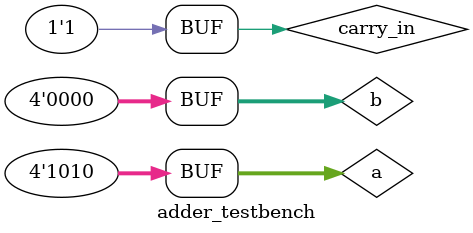
<source format=v>
module adder_testbench();
	reg [3:0]a;
	reg [3:0]b;
	reg carry_in;
	wire [3:0]sum;
	wire carry_out;

_4bit_adder FA4 (sum, carry_out, a, b, carry_in);

initial begin
a = 4'hf; b = 4'hf; carry_in = 1'b0;
#10;
a = 4'hf; b = 4'hf; carry_in = 1'b1;
#10;
a = 4'ha; b = 4'h0; carry_in = 1'b1;
#10;

end
 
 
initial
begin
$monitor("time = %2d, a =%4b, b=%4b, carry_in=%1b, sum=%4b, carry_out=%1b", $time, a, b, carry_in, sum, carry_out);
//$monitor("time = %2d, a =%4b, b=%4b, sum=%4b, carry_out=%1b", $time, a, b, carry_in, sum, carry_out);
end
 
endmodule
</source>
